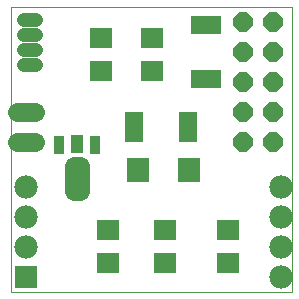
<source format=gbs>
G75*
%MOIN*%
%OFA0B0*%
%FSLAX24Y24*%
%IPPOS*%
%LPD*%
%AMOC8*
5,1,8,0,0,1.08239X$1,22.5*
%
%ADD10C,0.0000*%
%ADD11R,0.0749X0.0670*%
%ADD12R,0.0740X0.0840*%
%ADD13R,0.0355X0.0591*%
%ADD14C,0.0630*%
%ADD15R,0.0394X0.0630*%
%ADD16OC8,0.0640*%
%ADD17C,0.0640*%
%ADD18C,0.0453*%
%ADD19C,0.0780*%
%ADD20R,0.0780X0.0780*%
%ADD21R,0.0985X0.0631*%
%ADD22R,0.0631X0.0985*%
D10*
X000535Y000300D02*
X000535Y009796D01*
X009905Y009796D01*
X009905Y000300D01*
X000535Y000300D01*
D11*
X003785Y001249D03*
X003785Y002351D03*
X005685Y002351D03*
X005685Y001249D03*
X007785Y001249D03*
X007785Y002351D03*
X005235Y007649D03*
X005235Y008751D03*
X003535Y008751D03*
X003535Y007649D03*
D12*
X004785Y004350D03*
X006485Y004350D03*
D13*
X003335Y005200D03*
X002135Y005200D03*
D14*
X002630Y003657D02*
X002840Y003657D01*
X002630Y003657D02*
X002630Y004503D01*
X002840Y004503D01*
X002840Y003657D01*
X002840Y004286D02*
X002630Y004286D01*
D15*
X002735Y005230D03*
D16*
X008285Y005300D03*
X009285Y005300D03*
X009285Y006300D03*
X008285Y006300D03*
X008285Y007300D03*
X009285Y007300D03*
X009285Y008300D03*
X008285Y008300D03*
X008285Y009300D03*
X009285Y009300D03*
D17*
X001335Y006300D02*
X000735Y006300D01*
X000735Y005300D02*
X001335Y005300D01*
D18*
X001392Y007850D02*
X000978Y007850D01*
X000978Y008350D02*
X001392Y008350D01*
X001392Y008850D02*
X000978Y008850D01*
X000978Y009350D02*
X001392Y009350D01*
D19*
X001035Y003800D03*
X001035Y002800D03*
X001035Y001800D03*
X009535Y001800D03*
X009535Y000800D03*
X009535Y002800D03*
X009535Y003800D03*
D20*
X001035Y000800D03*
D21*
X007035Y007394D03*
X007035Y009206D03*
D22*
X006441Y005800D03*
X004630Y005800D03*
M02*

</source>
